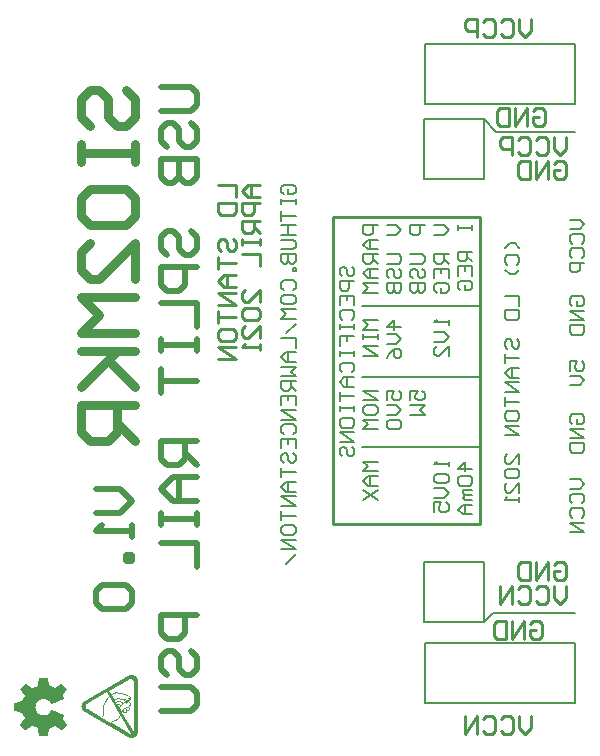
<source format=gbo>
G04*
G04 #@! TF.GenerationSoftware,Altium Limited,Altium Designer,21.2.2 (38)*
G04*
G04 Layer_Color=32896*
%FSLAX25Y25*%
%MOIN*%
G70*
G04*
G04 #@! TF.SameCoordinates,9478AF75-F406-41B2-BF1A-F2BA18401FE8*
G04*
G04*
G04 #@! TF.FilePolarity,Positive*
G04*
G01*
G75*
%ADD13C,0.01000*%
%ADD14C,0.00787*%
%ADD101C,0.00800*%
%ADD102C,0.02000*%
%ADD103C,0.03000*%
G36*
X78714Y44278D02*
X78968Y44238D01*
X79182Y44184D01*
X79370Y44117D01*
X79517Y44064D01*
X79571Y44037D01*
X79611Y44010D01*
X79624Y43997D01*
X79637D01*
X79651D01*
X79745Y43943D01*
X79825Y43890D01*
X79878Y43836D01*
X79905Y43823D01*
X79999Y43756D01*
X80066Y43675D01*
X80120Y43622D01*
X80146Y43595D01*
X80253Y43475D01*
X80334Y43354D01*
X80481Y43100D01*
X80575Y42859D01*
X80642Y42618D01*
X80682Y42417D01*
X80695Y42336D01*
Y42270D01*
X80709Y42202D01*
Y25331D01*
X80695Y25197D01*
Y25090D01*
X80682Y25036D01*
Y25023D01*
X80668Y24929D01*
X80642Y24836D01*
X80628Y24755D01*
X80615Y24729D01*
Y24715D01*
X80494Y24434D01*
X80361Y24193D01*
X80200Y23992D01*
X80026Y23818D01*
X79878Y23684D01*
X79758Y23590D01*
X79704Y23550D01*
X79664Y23523D01*
X79651Y23510D01*
X79637D01*
X79504Y23443D01*
X79410Y23403D01*
X79356Y23390D01*
X79343Y23376D01*
X79209Y23336D01*
X79115Y23309D01*
X79062Y23282D01*
X79035D01*
X78874Y23256D01*
X78727Y23242D01*
X78446D01*
X78178Y23282D01*
X77937Y23336D01*
X77750Y23403D01*
X77669Y23443D01*
X77602Y23470D01*
X77535Y23497D01*
X77495Y23523D01*
X77482Y23537D01*
X77468D01*
X62967Y31906D01*
X62860Y31973D01*
X62779Y32039D01*
X62726Y32080D01*
X62699Y32093D01*
X62632Y32160D01*
X62552Y32227D01*
X62498Y32280D01*
X62471Y32294D01*
Y32307D01*
X62364Y32428D01*
X62284Y32548D01*
X62137Y32789D01*
X62030Y33030D01*
X61963Y33258D01*
X61923Y33459D01*
X61909Y33619D01*
X61896Y33673D01*
Y33753D01*
X61909Y33968D01*
X61936Y34168D01*
X61989Y34356D01*
X62043Y34517D01*
X62097Y34650D01*
X62150Y34744D01*
X62177Y34811D01*
X62190Y34838D01*
X62230Y34905D01*
X62271Y34958D01*
X62284Y34985D01*
X62297Y34999D01*
Y34985D01*
X62405Y35133D01*
X62525Y35253D01*
X62632Y35360D01*
X62739Y35454D01*
X62846Y35534D01*
X62927Y35588D01*
X62980Y35615D01*
X62994Y35628D01*
X77508Y43997D01*
Y44010D01*
X77522Y44023D01*
X77549D01*
X77562Y44037D01*
X77669Y44091D01*
X77763Y44131D01*
X77816Y44157D01*
X77843D01*
X77870Y44171D01*
X77924Y44184D01*
X78017Y44211D01*
X78098Y44238D01*
X78124Y44251D01*
X78138D01*
X78285Y44278D01*
X78432Y44291D01*
X78714Y44278D01*
D02*
G37*
G36*
X50547Y43285D02*
X50591Y43240D01*
X50614Y43218D01*
Y43196D01*
X51082Y40896D01*
X51105Y40830D01*
X51127Y40807D01*
X51172Y40785D01*
X51194D01*
X53024Y40004D01*
X53091D01*
X53114D01*
X53136D01*
X53181D01*
X53203D01*
X55167Y41365D01*
X55189D01*
X55212D01*
X55234D01*
X55279D01*
X57042Y39580D01*
X57087Y39535D01*
X57064Y39468D01*
Y39446D01*
X57042Y39423D01*
X55747Y37526D01*
Y37348D01*
X56216Y36522D01*
Y36432D01*
X56194Y36388D01*
X56172Y36343D01*
X51975Y34625D01*
X51886D01*
X51841Y34647D01*
X51797Y34669D01*
Y34692D01*
X51685Y34915D01*
X51663Y34937D01*
X51640Y34959D01*
X51574Y35026D01*
X51551Y35049D01*
X51395Y35272D01*
X51239Y35451D01*
X51060Y35607D01*
X50882Y35763D01*
X50524Y35986D01*
X50167Y36120D01*
X49833Y36209D01*
X49565Y36254D01*
X49453Y36276D01*
X49386D01*
X49342D01*
X49319D01*
X48895Y36232D01*
X48516Y36142D01*
X48181Y36031D01*
X47891Y35875D01*
X47668Y35741D01*
X47489Y35607D01*
X47400Y35517D01*
X47355Y35495D01*
X47087Y35183D01*
X46886Y34848D01*
X46752Y34535D01*
X46641Y34223D01*
X46596Y33977D01*
X46574Y33754D01*
X46551Y33620D01*
Y33576D01*
X46596Y33152D01*
X46685Y32772D01*
X46797Y32460D01*
X46953Y32169D01*
X47110Y31946D01*
X47221Y31768D01*
X47310Y31678D01*
X47355Y31634D01*
X47668Y31366D01*
X48002Y31187D01*
X48337Y31053D01*
X48627Y30942D01*
X48917Y30897D01*
X49118Y30875D01*
X49208Y30852D01*
X49275D01*
X49297D01*
X49319D01*
X49587Y30875D01*
X49855Y30897D01*
X50301Y31053D01*
X50681Y31254D01*
X50993Y31477D01*
X51239Y31701D01*
X51417Y31902D01*
X51507Y32058D01*
X51551Y32080D01*
Y32102D01*
X51618Y32169D01*
X51640Y32192D01*
X51685Y32214D01*
X51797Y32460D01*
X51841Y32482D01*
X51908Y32504D01*
X51953D01*
X51975D01*
X56172Y30741D01*
X56194Y30719D01*
X56216Y30674D01*
Y30607D01*
X55747Y29803D01*
Y29603D01*
X57042Y27728D01*
X57087Y27661D01*
X57064Y27594D01*
Y27571D01*
X57042Y27549D01*
X55279Y25786D01*
X55256D01*
X55234D01*
X55189D01*
X55167D01*
X53203Y27125D01*
X53158D01*
X53136D01*
X53047D01*
X53024D01*
X51194Y26366D01*
X51127Y26344D01*
X51105Y26299D01*
X51082Y26255D01*
Y26232D01*
X50614Y23933D01*
X50591Y23866D01*
X50547Y23844D01*
X50502Y23822D01*
X50480D01*
X48025D01*
X47935Y23844D01*
X47913Y23866D01*
X47891Y23911D01*
Y23933D01*
X47489Y26299D01*
X47467Y26366D01*
X47422Y26411D01*
X47400Y26433D01*
X47377D01*
X45659Y27192D01*
X45592D01*
X45547D01*
X45502D01*
X45480D01*
X43404Y25786D01*
X43360D01*
X43338D01*
X43270D01*
X43226D01*
X41507Y27549D01*
X41485Y27594D01*
X41463Y27661D01*
Y27728D01*
X42936Y29803D01*
Y29960D01*
X42222Y31611D01*
X42199Y31678D01*
X42154Y31701D01*
X42132Y31723D01*
X42110D01*
X39632Y32214D01*
X39543Y32236D01*
X39521Y32259D01*
X39498Y32303D01*
Y34803D01*
X39521Y34870D01*
X39565Y34892D01*
X39610Y34915D01*
X39632D01*
X42110Y35406D01*
X42177Y35428D01*
X42199Y35451D01*
X42222Y35495D01*
Y35517D01*
X42936Y37169D01*
Y37348D01*
X41463Y39423D01*
Y39490D01*
X41485Y39535D01*
X41507Y39580D01*
X43226Y41365D01*
X43315D01*
X43338D01*
X43382D01*
X43404D01*
X45480Y39959D01*
X45502D01*
X45525D01*
X45547D01*
X45636D01*
X45659D01*
X47377Y40651D01*
X47444Y40718D01*
X47467Y40785D01*
X47489Y40807D01*
Y40830D01*
X47891Y43196D01*
X47913Y43262D01*
X47958Y43285D01*
X48002Y43307D01*
X48025D01*
X50480D01*
X50547Y43285D01*
D02*
G37*
%LPC*%
G36*
X77093Y37288D02*
Y37262D01*
X77080Y37248D01*
X77067Y37195D01*
Y37128D01*
X77080Y37021D01*
X77120Y36913D01*
X77174Y36833D01*
X77227Y36753D01*
X77294Y36699D01*
X77348Y36659D01*
X77388Y36632D01*
X77401Y36619D01*
X77455Y36606D01*
X77482Y36592D01*
X77522Y36552D01*
X77535Y36538D01*
X77549D01*
X77629Y36485D01*
X77696Y36458D01*
X77750Y36431D01*
X77776D01*
X77803Y36418D01*
X77843D01*
X77883D01*
X77897D01*
X77977D01*
X78017Y36431D01*
X78031D01*
X78071D01*
X78098D01*
X78111D01*
X78124D01*
Y36458D01*
X78138Y36498D01*
Y36579D01*
X78124Y36646D01*
X78098Y36713D01*
X78031Y36820D01*
X77964Y36887D01*
X77950Y36900D01*
X77937Y36913D01*
X77857Y36967D01*
X77750Y37034D01*
X77629Y37088D01*
X77495Y37141D01*
X77388Y37181D01*
X77281Y37221D01*
X77214Y37235D01*
X77187Y37248D01*
X77093Y37288D01*
D02*
G37*
G36*
X73599Y38145D02*
X73505D01*
X73451D01*
X73411Y38132D01*
X73398D01*
X73331Y38118D01*
X73250Y38092D01*
X73076Y38011D01*
X72983Y37985D01*
X72916Y37944D01*
X72862Y37931D01*
X72849Y37918D01*
X72661Y37837D01*
X72501Y37757D01*
X72367Y37703D01*
X72246Y37663D01*
X72152Y37637D01*
X72072Y37623D01*
X72032Y37610D01*
X72019D01*
X72929Y36030D01*
X73009Y36043D01*
X73103Y36070D01*
X73277Y36137D01*
X73358Y36190D01*
X73425Y36217D01*
X73465Y36244D01*
X73478Y36257D01*
X73585Y36324D01*
X73679Y36391D01*
X73759Y36431D01*
X73840Y36458D01*
X73893Y36485D01*
X73933Y36498D01*
X73960Y36512D01*
X73974D01*
X74081D01*
X74201D01*
X74455Y36458D01*
X74576Y36418D01*
X74670Y36391D01*
X74737Y36378D01*
X74764Y36364D01*
X74897Y36311D01*
X75018Y36284D01*
X75098Y36271D01*
X75165Y36257D01*
X75219D01*
X75245D01*
X75272D01*
X75513Y36298D01*
X75621Y36311D01*
X75728D01*
X75808D01*
X75888Y36298D01*
X75928D01*
X75942D01*
X75995D01*
X76009D01*
X76022D01*
X76076Y36284D01*
X76089D01*
X76103D01*
X76183Y36257D01*
X76236Y36244D01*
X76263Y36231D01*
X76277D01*
X76344Y36217D01*
X76397Y36190D01*
X76437D01*
X76464Y36177D01*
X76491Y36164D01*
X76638Y36123D01*
X76772Y36083D01*
X77000Y36030D01*
X77174Y35989D01*
X77308Y35963D01*
X77401Y35949D01*
X77468Y35936D01*
X77495D01*
X77508D01*
X77616Y35949D01*
X77696Y35989D01*
X77857Y36083D01*
X77910Y36123D01*
X77950Y36164D01*
X77977Y36190D01*
X77991Y36204D01*
X78004Y36217D01*
X78017Y36244D01*
X78031Y36257D01*
X78044Y36271D01*
X78004D01*
X77950D01*
X77910D01*
X77897D01*
X77830D01*
X77776D01*
X77750Y36284D01*
X77736D01*
X77642Y36324D01*
X77549Y36364D01*
X77468Y36405D01*
X77455Y36418D01*
X77442D01*
X77415Y36445D01*
X77375Y36472D01*
X77348Y36485D01*
X77334Y36498D01*
X77201Y36592D01*
X77093Y36699D01*
X77026Y36806D01*
X76973Y36900D01*
X76946Y36994D01*
X76919Y37061D01*
Y37235D01*
X76933Y37275D01*
Y37288D01*
X76946Y37328D01*
Y37342D01*
X76852Y37382D01*
X76732Y37422D01*
X76678Y37449D01*
X76638Y37462D01*
X76611Y37476D01*
X76598D01*
X76397Y37570D01*
X76236Y37637D01*
X76169Y37663D01*
X76116Y37677D01*
X76089Y37690D01*
X76076D01*
X75969Y37717D01*
X75848Y37730D01*
X75621Y37770D01*
X75527Y37784D01*
X75446D01*
X75393Y37797D01*
X75379D01*
X75192Y37824D01*
X75031Y37851D01*
X74897Y37878D01*
X74790Y37904D01*
X74697Y37918D01*
X74643Y37931D01*
X74603Y37944D01*
X74589D01*
X74576D01*
X74482Y37971D01*
X74389Y37998D01*
X74308Y38011D01*
X74295Y38025D01*
X74282D01*
X74054Y38078D01*
X73866Y38118D01*
X73719Y38132D01*
X73599Y38145D01*
D02*
G37*
G36*
X78446Y42872D02*
X78325D01*
X78218D01*
X78138D01*
X78071Y42859D01*
X78057D01*
X77977Y42845D01*
X77924Y42832D01*
X77897Y42818D01*
X77883D01*
X77843Y42805D01*
X77790Y42778D01*
X77750Y42752D01*
X77736Y42738D01*
X77723Y42725D01*
X77709D01*
X71228Y38989D01*
X71858Y37904D01*
X71992Y37931D01*
X72139Y37971D01*
X72286Y38011D01*
X72420Y38065D01*
X72541Y38118D01*
X72635Y38159D01*
X72701Y38186D01*
X72728Y38199D01*
X72862Y38252D01*
X72983Y38306D01*
X73076Y38346D01*
X73157Y38386D01*
X73224Y38413D01*
X73277Y38427D01*
X73304Y38440D01*
X73317D01*
X73451Y38453D01*
X73599D01*
X73773Y38440D01*
X73947Y38413D01*
X74107Y38373D01*
X74241Y38346D01*
X74295Y38333D01*
X74335D01*
X74348Y38319D01*
X74362D01*
X74482Y38279D01*
X74576Y38252D01*
X74630Y38239D01*
X74643D01*
X74656D01*
X74670D01*
X74777Y38212D01*
X74897Y38199D01*
X75138Y38145D01*
X75245Y38132D01*
X75339Y38118D01*
X75393Y38105D01*
X75420D01*
X75607Y38078D01*
X75768Y38052D01*
X75902Y38038D01*
X75995Y38025D01*
X76076Y37998D01*
X76116D01*
X76143Y37985D01*
X76156D01*
X76236Y37958D01*
X76330Y37931D01*
X76518Y37851D01*
X76598Y37811D01*
X76665Y37784D01*
X76718Y37770D01*
X76732Y37757D01*
X76866Y37703D01*
X76960Y37663D01*
X77040Y37637D01*
X77093Y37610D01*
X77134Y37596D01*
X77160Y37583D01*
X77174D01*
X77187Y37570D01*
X77227Y37556D01*
X77281Y37543D01*
X77294D01*
X77508Y37462D01*
X77683Y37396D01*
X77830Y37328D01*
X77950Y37262D01*
X78031Y37221D01*
X78098Y37181D01*
X78124Y37154D01*
X78138Y37141D01*
X78232Y37047D01*
X78298Y36954D01*
X78352Y36873D01*
X78392Y36780D01*
X78419Y36699D01*
X78432Y36646D01*
X78446Y36606D01*
Y36485D01*
X78419Y36378D01*
X78406Y36311D01*
X78392Y36298D01*
Y36284D01*
X78339Y36177D01*
X78285Y36097D01*
X78232Y36030D01*
X78218Y36003D01*
X78111Y35882D01*
X77991Y35802D01*
X77870Y35735D01*
X77763Y35682D01*
X77669Y35655D01*
X77589Y35641D01*
X77535Y35628D01*
X77522D01*
X77415D01*
X77254Y35655D01*
X77093Y35695D01*
X76919Y35735D01*
X76759Y35775D01*
X76625Y35802D01*
X76571Y35816D01*
X76531Y35829D01*
X76518Y35842D01*
X76504D01*
X76531Y35789D01*
X76571Y35722D01*
X76598Y35668D01*
X76611Y35655D01*
X76652Y35588D01*
X76692Y35534D01*
X76718Y35494D01*
X76745Y35467D01*
X76772Y35441D01*
X76785D01*
X76946Y35467D01*
X77080Y35481D01*
X77147D01*
X77187D01*
X77214D01*
X77227D01*
X77254D01*
X77267D01*
X77294D01*
X77308D01*
X77522Y35467D01*
X77709Y35427D01*
X77870Y35387D01*
X77991Y35320D01*
X78098Y35267D01*
X78165Y35226D01*
X78205Y35186D01*
X78218Y35173D01*
X78312Y35052D01*
X78365Y34918D01*
X78379Y34865D01*
X78392Y34811D01*
X78406Y34784D01*
Y34436D01*
X78379Y34329D01*
X78352Y34249D01*
X78325Y34182D01*
X78312Y34155D01*
X78258Y34061D01*
X78218Y33981D01*
X78178Y33928D01*
X78165Y33914D01*
X78044Y33780D01*
X77924Y33660D01*
X77870Y33606D01*
X77816Y33566D01*
X77790Y33553D01*
X77776Y33539D01*
X77843Y33445D01*
X77883Y33365D01*
X77937Y33204D01*
X77950Y33138D01*
X77964Y33084D01*
Y32923D01*
X77950Y32816D01*
X77910Y32722D01*
X77883Y32655D01*
X77843Y32588D01*
X77803Y32548D01*
X77790Y32522D01*
X77776Y32508D01*
X77750Y32495D01*
X77736Y32481D01*
X77696Y32455D01*
X77656Y32428D01*
X77629Y32401D01*
X77616D01*
X77549Y32374D01*
X77495Y32361D01*
X77482Y32348D01*
X77468D01*
X77334Y32334D01*
X77201D01*
X77147Y32348D01*
X77120D01*
X77093Y32361D01*
X77080D01*
Y32227D01*
X77067Y32093D01*
X77053Y31973D01*
X77026Y31865D01*
X76986Y31798D01*
X76946Y31732D01*
X76919Y31691D01*
X76906Y31678D01*
X76893Y31665D01*
X76839Y31638D01*
X76812Y31624D01*
X76785Y31611D01*
X76652Y31571D01*
X76531Y31544D01*
X76464Y31531D01*
X76437D01*
X76277Y31558D01*
X76156Y31598D01*
X76076Y31638D01*
X76062Y31665D01*
X76049D01*
X76022Y31691D01*
X76009Y31705D01*
X75862Y31839D01*
X75768Y31946D01*
X75701Y31999D01*
X75687Y32026D01*
X75607Y31906D01*
X75513Y31812D01*
X75460Y31745D01*
X75433Y31718D01*
X79236Y25144D01*
X79303Y25237D01*
X79343Y25344D01*
X79370Y25425D01*
X79383Y25438D01*
Y25478D01*
X79396Y25532D01*
X79410Y25585D01*
X79423Y25599D01*
Y25612D01*
X79437Y25666D01*
Y41707D01*
X79423Y41881D01*
X79383Y42028D01*
X79343Y42162D01*
X79276Y42283D01*
X79222Y42377D01*
X79182Y42457D01*
X79142Y42497D01*
X79129Y42511D01*
X79075Y42564D01*
X79035Y42604D01*
X79022Y42618D01*
X79008Y42631D01*
X78914Y42698D01*
X78874Y42711D01*
X78861Y42725D01*
X78727Y42792D01*
X78580Y42845D01*
X78446Y42872D01*
D02*
G37*
G36*
X74107Y36204D02*
X74054D01*
X74040D01*
X74027D01*
X73974Y36190D01*
X73920Y36164D01*
X73799Y36097D01*
X73733Y36057D01*
X73692Y36030D01*
X73665Y36016D01*
X73652Y36003D01*
X73532Y35923D01*
X73425Y35869D01*
X73331Y35816D01*
X73250Y35789D01*
X73184Y35762D01*
X73143Y35748D01*
X73116Y35735D01*
X73103D01*
X73371Y35267D01*
X73478Y35333D01*
X73572Y35387D01*
X73652Y35414D01*
X73665Y35427D01*
X73679D01*
X73813Y35454D01*
X73933Y35467D01*
X73987D01*
X74027D01*
X74054D01*
X74067D01*
X74161D01*
X74241D01*
X74295Y35481D01*
X74322D01*
X74415D01*
X74482D01*
X74536D01*
X74563D01*
X74683D01*
X74790Y35467D01*
X74871Y35454D01*
X74951D01*
X75005Y35441D01*
X75045Y35427D01*
X75058D01*
X75072D01*
X75125Y35414D01*
X75152Y35400D01*
X75205Y35374D01*
X75219D01*
X75232D01*
X75272Y35347D01*
X75326Y35320D01*
X75339Y35307D01*
X75353D01*
X75567Y35213D01*
X75661Y35159D01*
X75741Y35119D01*
X75808Y35079D01*
X75862Y35039D01*
X75888Y35026D01*
X75902Y35012D01*
X76116Y35146D01*
X76210Y35199D01*
X76290Y35240D01*
X76357Y35280D01*
X76411Y35293D01*
X76437Y35320D01*
X76451D01*
X76411Y35374D01*
X76384Y35427D01*
X76357Y35481D01*
X76344Y35508D01*
X76290Y35601D01*
X76250Y35655D01*
X76223Y35682D01*
X76210Y35695D01*
X76183Y35722D01*
X76156Y35748D01*
X76129Y35789D01*
X76116Y35802D01*
X76089Y35842D01*
X76076Y35869D01*
X76062Y35896D01*
X76036Y35936D01*
X76022Y35963D01*
X76009Y35976D01*
X75995D01*
X75982Y35989D01*
X75969D01*
X75942D01*
X75915D01*
X75701D01*
X75607D01*
X75513Y35976D01*
X75446Y35963D01*
X75393D01*
X75353Y35949D01*
X75339D01*
X75259Y35936D01*
X75165Y35949D01*
X74938Y35989D01*
X74830Y36016D01*
X74737Y36043D01*
X74683Y36057D01*
X74656Y36070D01*
X74496Y36123D01*
X74362Y36164D01*
X74255Y36177D01*
X74161Y36190D01*
X74107Y36204D01*
D02*
G37*
G36*
X74723Y35159D02*
X74656D01*
X74603D01*
X74576D01*
X74563D01*
X74536D01*
X74482D01*
X74402D01*
X74308D01*
X74228D01*
X74148D01*
X74094D01*
X74067D01*
X73947D01*
X73853Y35146D01*
X73786Y35133D01*
X73759D01*
X73665Y35092D01*
X73599Y35052D01*
X73545Y35026D01*
X73532Y35012D01*
X73840Y34463D01*
X73987Y34503D01*
X74107Y34517D01*
X74188Y34530D01*
X74201D01*
X74215D01*
X74362Y34517D01*
X74482Y34477D01*
X74563Y34450D01*
X74576Y34436D01*
X74589D01*
X74616Y34423D01*
X74643Y34409D01*
X74656D01*
X74817Y34329D01*
X74938Y34262D01*
X75005Y34222D01*
X75031Y34209D01*
X75205Y34396D01*
X75366Y34557D01*
X75433Y34624D01*
X75487Y34664D01*
X75513Y34691D01*
X75527Y34704D01*
X75567Y34744D01*
X75580Y34758D01*
X75594Y34771D01*
X75634Y34798D01*
X75647Y34811D01*
X75487Y34905D01*
X75353Y34985D01*
X75299Y34999D01*
X75259Y35026D01*
X75245Y35039D01*
X75232D01*
X75165Y35066D01*
X75125Y35079D01*
X75112D01*
X75058Y35092D01*
X75018Y35106D01*
X75005Y35119D01*
X74991D01*
X74857Y35146D01*
X74723Y35159D01*
D02*
G37*
G36*
X77602D02*
X77589D01*
X77522Y35133D01*
X77468Y35119D01*
X77442Y35106D01*
X77428D01*
X77348Y35079D01*
X77281Y35039D01*
X77227Y35026D01*
X77201Y34999D01*
X77160Y34985D01*
X77147Y34972D01*
X77053Y34865D01*
X76986Y34758D01*
X76960Y34704D01*
X76946Y34664D01*
X76933Y34637D01*
Y34624D01*
X76919Y34597D01*
Y34584D01*
X76906Y34543D01*
Y34490D01*
X76893Y34450D01*
X76879Y34436D01*
X76852Y34329D01*
X76839Y34195D01*
X76826Y34075D01*
Y33847D01*
X76852Y33753D01*
X76866Y33660D01*
X76893Y33593D01*
X76906Y33539D01*
X76946Y33472D01*
X76960Y33445D01*
X77040Y33459D01*
X77120Y33499D01*
X77294Y33579D01*
X77361Y33633D01*
X77428Y33673D01*
X77468Y33700D01*
X77482Y33713D01*
X77602Y33807D01*
X77696Y33887D01*
X77763Y33941D01*
X77830Y34008D01*
X77870Y34048D01*
X77897Y34075D01*
X77924Y34102D01*
X77991Y34195D01*
X78017Y34249D01*
X78044Y34276D01*
Y34289D01*
X78071Y34356D01*
X78084Y34409D01*
Y34477D01*
X78098Y34597D01*
Y34731D01*
X78071Y34838D01*
X78044Y34905D01*
X78017Y34945D01*
X78004Y34958D01*
X77870Y35052D01*
X77736Y35119D01*
X77683Y35133D01*
X77629Y35146D01*
X77602Y35159D01*
D02*
G37*
G36*
X74241Y34222D02*
X74215D01*
X74148D01*
X74081Y34209D01*
X74027Y34195D01*
X74000D01*
X74429Y33445D01*
X74549Y33619D01*
X74683Y33780D01*
X74737Y33860D01*
X74790Y33914D01*
X74817Y33954D01*
X74830Y33968D01*
X74737Y34021D01*
X74630Y34075D01*
X74549Y34115D01*
X74536Y34128D01*
X74523D01*
X74482Y34142D01*
X74469Y34155D01*
X74455D01*
X74375Y34195D01*
X74295Y34209D01*
X74241Y34222D01*
D02*
G37*
G36*
X77522Y33365D02*
X77334Y33258D01*
X77174Y33191D01*
X77107Y33178D01*
X77067Y33164D01*
X77040Y33151D01*
X77026D01*
X76960Y33138D01*
X76919Y33124D01*
X76906Y33111D01*
X76893D01*
X76919Y33044D01*
X76960Y32977D01*
X76973Y32923D01*
X76986Y32896D01*
X77000Y32843D01*
X77013Y32789D01*
X77026Y32749D01*
Y32736D01*
X77093Y32696D01*
X77160Y32669D01*
X77281Y32642D01*
X77375D01*
X77388Y32655D01*
X77401D01*
X77428Y32669D01*
X77455D01*
X77468Y32682D01*
X77522Y32709D01*
X77549Y32722D01*
X77562D01*
X77575Y32736D01*
X77629Y32829D01*
X77656Y32910D01*
Y33017D01*
X77629Y33151D01*
X77589Y33271D01*
X77549Y33338D01*
X77522Y33352D01*
Y33365D01*
D02*
G37*
G36*
X77187Y35173D02*
X77053Y35159D01*
X76919Y35146D01*
X76665Y35066D01*
X76424Y34958D01*
X76196Y34825D01*
X76009Y34691D01*
X75862Y34584D01*
X75808Y34543D01*
X75768Y34503D01*
X75741Y34490D01*
X75728Y34477D01*
X75473Y34235D01*
X75366Y34128D01*
X75272Y34021D01*
X75192Y33941D01*
X75138Y33874D01*
X75098Y33820D01*
X75085Y33807D01*
X74884Y33539D01*
X74804Y33432D01*
X74737Y33338D01*
X74683Y33258D01*
X74630Y33204D01*
X74616Y33164D01*
X74603Y33151D01*
X75272Y31986D01*
X75326Y32053D01*
X75379Y32120D01*
X75487Y32280D01*
X75527Y32348D01*
X75567Y32414D01*
X75594Y32455D01*
X75607Y32468D01*
X75674Y32562D01*
X75728Y32642D01*
X75768Y32696D01*
X75795Y32749D01*
X75835Y32803D01*
X75848Y32816D01*
X76022Y32990D01*
X76196Y33124D01*
X76263Y33178D01*
X76330Y33218D01*
X76370Y33231D01*
X76384Y33245D01*
X76504Y33298D01*
X76585Y33338D01*
X76638Y33365D01*
X76652D01*
X76692Y33378D01*
X76745Y33392D01*
X76785Y33405D01*
X76799D01*
X76759Y33499D01*
X76732Y33579D01*
X76718Y33633D01*
Y33646D01*
X76705Y33700D01*
X76692Y33753D01*
X76678Y33780D01*
Y33794D01*
X76665Y33994D01*
X76678Y34195D01*
X76692Y34276D01*
Y34343D01*
X76705Y34396D01*
Y34409D01*
X76732Y34463D01*
Y34503D01*
X76745Y34517D01*
Y34584D01*
X76759Y34624D01*
X76772Y34664D01*
X76785Y34677D01*
X76852Y34838D01*
X76933Y34972D01*
X76973Y35026D01*
X77000Y35066D01*
X77013Y35079D01*
X77026Y35092D01*
X77067Y35119D01*
X77120Y35146D01*
X77174Y35159D01*
X77187Y35173D01*
D02*
G37*
G36*
X76598Y33004D02*
X76571Y32990D01*
X76558D01*
X76531Y32977D01*
X76518Y32963D01*
X76424Y32910D01*
X76330Y32856D01*
X76263Y32803D01*
X76210Y32749D01*
X76129Y32669D01*
X76103Y32655D01*
Y32642D01*
X76076Y32602D01*
X76036Y32548D01*
X75955Y32441D01*
X75928Y32388D01*
X75902Y32348D01*
X75875Y32321D01*
Y32307D01*
X75888Y32267D01*
X75928Y32214D01*
X75982Y32147D01*
X76036Y32093D01*
X76103Y32039D01*
X76156Y31986D01*
X76196Y31959D01*
X76210Y31946D01*
X76223Y31932D01*
X76236D01*
Y31919D01*
X76250Y31906D01*
X76317Y31865D01*
X76370Y31852D01*
X76411D01*
X76424D01*
X76491Y31865D01*
X76571Y31879D01*
X76652Y31892D01*
X76665Y31906D01*
X76678D01*
X76692D01*
Y31919D01*
X76718Y31946D01*
X76745Y31986D01*
X76772Y32093D01*
Y32147D01*
X76785Y32200D01*
Y32240D01*
X76772Y32455D01*
X76759Y32548D01*
X76732Y32642D01*
X76718Y32709D01*
X76705Y32763D01*
X76692Y32789D01*
Y32803D01*
X76665Y32883D01*
X76625Y32937D01*
X76611Y32990D01*
X76598Y33004D01*
D02*
G37*
G36*
X70425Y38520D02*
X63918Y34771D01*
Y34758D01*
X63770Y34664D01*
X63636Y34543D01*
X63556Y34463D01*
X63543Y34436D01*
X63529Y34423D01*
X63516Y34409D01*
X63503Y34383D01*
X63489Y34356D01*
Y34343D01*
X63436Y34235D01*
X63395Y34128D01*
X63342Y33941D01*
Y33860D01*
X63328Y33807D01*
Y33753D01*
X63342Y33593D01*
X63382Y33445D01*
X63422Y33312D01*
X63476Y33204D01*
X63543Y33111D01*
X63583Y33030D01*
X63623Y32990D01*
X63636Y32977D01*
X63677Y32937D01*
X63717Y32896D01*
X63744Y32870D01*
X63757Y32856D01*
X63810Y32816D01*
X63864Y32789D01*
X63891Y32763D01*
X63904D01*
X68631Y30031D01*
X69019Y30968D01*
X69073Y31116D01*
X69113Y31263D01*
X69140Y31397D01*
X69153Y31531D01*
X69166Y31638D01*
X69180Y31718D01*
Y32120D01*
X69166Y32267D01*
Y32508D01*
X69153Y32588D01*
Y32883D01*
X69140Y32963D01*
Y33017D01*
X69126Y33070D01*
Y33365D01*
X69140Y33633D01*
X69166Y33874D01*
X69207Y34088D01*
X69233Y34249D01*
X69274Y34383D01*
X69287Y34463D01*
X69300Y34477D01*
Y34490D01*
X69394Y34704D01*
X69501Y34932D01*
X69622Y35159D01*
X69742Y35360D01*
X69863Y35534D01*
X69943Y35668D01*
X69983Y35722D01*
X70010Y35762D01*
X70037Y35775D01*
Y35789D01*
X70064Y35829D01*
X70104Y35882D01*
X70184Y36016D01*
X70224Y36083D01*
X70251Y36123D01*
X70265Y36164D01*
X70278Y36177D01*
X70318Y36231D01*
X70345Y36284D01*
X70358Y36324D01*
X70372Y36338D01*
X70425Y36418D01*
X70438Y36431D01*
Y36445D01*
X70572Y36632D01*
X70679Y36780D01*
X70720Y36833D01*
X70746Y36873D01*
X70760Y36900D01*
X70773Y36913D01*
X70854Y37007D01*
X70921Y37088D01*
X71028Y37208D01*
X71108Y37275D01*
X71121Y37302D01*
X71135D01*
X70425Y38520D01*
D02*
G37*
G36*
X71282Y37021D02*
X71175Y36913D01*
X71095Y36820D01*
X71041Y36753D01*
X71014Y36726D01*
X70894Y36565D01*
X70800Y36418D01*
X70760Y36364D01*
X70733Y36324D01*
X70706Y36298D01*
Y36284D01*
X70666Y36217D01*
X70626Y36150D01*
X70586Y36070D01*
X70559Y36043D01*
X70546Y36030D01*
X70492Y35923D01*
X70438Y35842D01*
X70398Y35762D01*
X70358Y35708D01*
X70331Y35668D01*
X70305Y35641D01*
X70291Y35615D01*
X70117Y35360D01*
X69970Y35133D01*
X69849Y34918D01*
X69756Y34744D01*
X69675Y34597D01*
X69635Y34490D01*
X69608Y34423D01*
X69595Y34396D01*
X69541Y34182D01*
X69501Y33968D01*
X69475Y33753D01*
X69461Y33539D01*
X69448Y33365D01*
Y32896D01*
X69461Y32816D01*
Y32682D01*
X69488Y32348D01*
Y32187D01*
X69501Y32053D01*
Y31758D01*
X69488Y31584D01*
X69461Y31410D01*
X69434Y31263D01*
X69394Y31116D01*
X69354Y31008D01*
X69327Y30928D01*
X69314Y30861D01*
X69300Y30848D01*
X68899Y29870D01*
X71657Y28277D01*
X71724Y28357D01*
X71777Y28424D01*
X71831Y28478D01*
X71845Y28491D01*
X71992Y28625D01*
X72152Y28732D01*
X72219Y28772D01*
X72260Y28813D01*
X72300Y28826D01*
X72313Y28839D01*
X72394Y28893D01*
X72487Y28933D01*
X72675Y29013D01*
X72768Y29054D01*
X72822Y29067D01*
X72875Y29094D01*
X72889D01*
X73023Y29147D01*
X73143Y29187D01*
X73237Y29228D01*
X73304Y29268D01*
X73358Y29294D01*
X73398Y29321D01*
X73411Y29335D01*
X73425D01*
X73491Y29388D01*
X73558Y29428D01*
X73599Y29469D01*
X73612Y29482D01*
X73706Y29562D01*
X73773Y29629D01*
X73813Y29683D01*
X73826Y29696D01*
X73960Y29830D01*
X74094Y29964D01*
X74295Y30218D01*
X74469Y30446D01*
X74589Y30634D01*
X74670Y30794D01*
X74723Y30915D01*
X74750Y30995D01*
X74764Y31008D01*
Y31022D01*
X71282Y37021D01*
D02*
G37*
G36*
X74964Y30674D02*
X74857Y30459D01*
X74710Y30259D01*
X74563Y30044D01*
X74415Y29870D01*
X74268Y29710D01*
X74161Y29576D01*
X74081Y29495D01*
X74067Y29482D01*
X74054Y29469D01*
X73974Y29402D01*
X73893Y29321D01*
X73840Y29268D01*
X73813Y29241D01*
X73746Y29187D01*
X73665Y29134D01*
X73612Y29094D01*
X73599Y29080D01*
X73518Y29027D01*
X73425Y28973D01*
X73224Y28893D01*
X73130Y28853D01*
X73063Y28826D01*
X73009Y28799D01*
X72996D01*
X72862Y28745D01*
X72755Y28705D01*
X72661Y28679D01*
X72594Y28638D01*
X72541Y28612D01*
X72501Y28598D01*
X72474Y28585D01*
X72380Y28518D01*
X72286Y28451D01*
X72219Y28411D01*
X72166Y28357D01*
X72085Y28304D01*
X72059Y28277D01*
X71978Y28183D01*
X71952Y28143D01*
X71938Y28130D01*
Y28116D01*
X77683Y24795D01*
X77696D01*
X77857Y24715D01*
X78017Y24662D01*
X78084Y24648D01*
X78138Y24635D01*
X78165D01*
X78178D01*
X78245D01*
X78258D01*
X78272D01*
X78352D01*
X78419D01*
X78446Y24648D01*
X78459D01*
X74964Y30674D01*
D02*
G37*
%LPD*%
D13*
X145669Y94488D02*
X194882D01*
X145669Y196850D02*
X194882D01*
Y94488D02*
Y196850D01*
X145669Y94488D02*
Y196850D01*
X223410Y73927D02*
Y69928D01*
X221410Y67929D01*
X219411Y69928D01*
Y73927D01*
X213413Y72927D02*
X214412Y73927D01*
X216412D01*
X217411Y72927D01*
Y68929D01*
X216412Y67929D01*
X214412D01*
X213413Y68929D01*
X207415Y72927D02*
X208414Y73927D01*
X210414D01*
X211413Y72927D01*
Y68929D01*
X210414Y67929D01*
X208414D01*
X207415Y68929D01*
X205415Y67929D02*
Y73927D01*
X201417Y67929D01*
Y73927D01*
X219411Y80801D02*
X220410Y81801D01*
X222410D01*
X223410Y80801D01*
Y76803D01*
X222410Y75803D01*
X220410D01*
X219411Y76803D01*
Y78802D01*
X221410D01*
X217411Y75803D02*
Y81801D01*
X213413Y75803D01*
Y81801D01*
X211413D02*
Y75803D01*
X208414D01*
X207415Y76803D01*
Y80801D01*
X208414Y81801D01*
X211413D01*
X211537Y61116D02*
X212536Y62116D01*
X214536D01*
X215535Y61116D01*
Y57118D01*
X214536Y56118D01*
X212536D01*
X211537Y57118D01*
Y59117D01*
X213536D01*
X209537Y56118D02*
Y62116D01*
X205539Y56118D01*
Y62116D01*
X203539D02*
Y56118D01*
X200540D01*
X199541Y57118D01*
Y61116D01*
X200540Y62116D01*
X203539D01*
X211598Y30620D02*
Y26621D01*
X209599Y24622D01*
X207600Y26621D01*
Y30620D01*
X201602Y29620D02*
X202601Y30620D01*
X204601D01*
X205600Y29620D01*
Y25622D01*
X204601Y24622D01*
X202601D01*
X201602Y25622D01*
X195604Y29620D02*
X196603Y30620D01*
X198603D01*
X199602Y29620D01*
Y25622D01*
X198603Y24622D01*
X196603D01*
X195604Y25622D01*
X193604Y24622D02*
Y30620D01*
X189605Y24622D01*
Y30620D01*
X219411Y214660D02*
X220410Y215659D01*
X222410D01*
X223410Y214660D01*
Y210661D01*
X222410Y209661D01*
X220410D01*
X219411Y210661D01*
Y212660D01*
X221410D01*
X217411Y209661D02*
Y215659D01*
X213413Y209661D01*
Y215659D01*
X211413D02*
Y209661D01*
X208414D01*
X207415Y210661D01*
Y214660D01*
X208414Y215659D01*
X211413D01*
X223410Y223534D02*
Y219535D01*
X221410Y217535D01*
X219411Y219535D01*
Y223534D01*
X213413Y222534D02*
X214412Y223534D01*
X216412D01*
X217411Y222534D01*
Y218535D01*
X216412Y217535D01*
X214412D01*
X213413Y218535D01*
X207415Y222534D02*
X208414Y223534D01*
X210414D01*
X211413Y222534D01*
Y218535D01*
X210414Y217535D01*
X208414D01*
X207415Y218535D01*
X205415Y217535D02*
Y223534D01*
X202416D01*
X201417Y222534D01*
Y220534D01*
X202416Y219535D01*
X205415D01*
X211598Y262904D02*
Y258905D01*
X209599Y256906D01*
X207600Y258905D01*
Y262904D01*
X201602Y261904D02*
X202601Y262904D01*
X204601D01*
X205600Y261904D01*
Y257905D01*
X204601Y256906D01*
X202601D01*
X201602Y257905D01*
X195604Y261904D02*
X196603Y262904D01*
X198603D01*
X199602Y261904D01*
Y257905D01*
X198603Y256906D01*
X196603D01*
X195604Y257905D01*
X193604Y256906D02*
Y262904D01*
X190605D01*
X189605Y261904D01*
Y259905D01*
X190605Y258905D01*
X193604D01*
X212521Y232376D02*
X213521Y233376D01*
X215520D01*
X216520Y232376D01*
Y228378D01*
X215520Y227378D01*
X213521D01*
X212521Y228378D01*
Y230377D01*
X214520D01*
X210522Y227378D02*
Y233376D01*
X206523Y227378D01*
Y233376D01*
X204524D02*
Y227378D01*
X201524D01*
X200525Y228378D01*
Y232376D01*
X201524Y233376D01*
X204524D01*
X107372Y207529D02*
X113370D01*
Y203530D01*
X107372Y201531D02*
X113370D01*
Y198532D01*
X112370Y197532D01*
X108372D01*
X107372Y198532D01*
Y201531D01*
X108372Y185536D02*
X107372Y186536D01*
Y188535D01*
X108372Y189535D01*
X109371D01*
X110371Y188535D01*
Y186536D01*
X111371Y185536D01*
X112370D01*
X113370Y186536D01*
Y188535D01*
X112370Y189535D01*
X107372Y183537D02*
Y179538D01*
Y181537D01*
X113370D01*
Y177539D02*
X109371D01*
X107372Y175539D01*
X109371Y173540D01*
X113370D01*
X110371D01*
Y177539D01*
X113370Y171541D02*
X107372D01*
X113370Y167542D01*
X107372D01*
Y165543D02*
Y161544D01*
Y163543D01*
X113370D01*
X107372Y156545D02*
Y158545D01*
X108372Y159545D01*
X112370D01*
X113370Y158545D01*
Y156545D01*
X112370Y155546D01*
X108372D01*
X107372Y156545D01*
X113370Y153547D02*
X107372D01*
X113370Y149548D01*
X107372D01*
X121244Y207529D02*
X117245D01*
X115246Y205530D01*
X117245Y203530D01*
X121244D01*
X118245D01*
Y207529D01*
X121244Y201531D02*
X115246D01*
Y198532D01*
X116246Y197532D01*
X118245D01*
X119245Y198532D01*
Y201531D01*
X121244Y195533D02*
X115246D01*
Y192534D01*
X116246Y191534D01*
X118245D01*
X119245Y192534D01*
Y195533D01*
Y193534D02*
X121244Y191534D01*
X115246Y189535D02*
Y187536D01*
Y188535D01*
X121244D01*
Y189535D01*
Y187536D01*
X115246Y184536D02*
X121244D01*
Y180538D01*
Y168542D02*
Y172540D01*
X117245Y168542D01*
X116246D01*
X115246Y169541D01*
Y171541D01*
X116246Y172540D01*
Y166542D02*
X115246Y165543D01*
Y163543D01*
X116246Y162543D01*
X120244D01*
X121244Y163543D01*
Y165543D01*
X120244Y166542D01*
X116246D01*
X121244Y156545D02*
Y160544D01*
X117245Y156545D01*
X116246D01*
X115246Y157545D01*
Y159545D01*
X116246Y160544D01*
X121244Y154546D02*
Y152547D01*
Y153547D01*
X115246D01*
X116246Y154546D01*
D14*
X155512Y120079D02*
X194882D01*
X155512Y143701D02*
X194882D01*
X155512Y167323D02*
X194882D01*
X199134Y64961D02*
X226378D01*
X195945Y61772D02*
X199134Y64961D01*
X223425Y225394D02*
X226378D01*
X195945Y229567D02*
X200118Y225394D01*
X223425D01*
X175945Y81772D02*
X195945D01*
X175945Y61772D02*
X195945D01*
X175945D02*
Y81772D01*
X195945Y61772D02*
Y81772D01*
X175945Y229567D02*
X195945D01*
X175945Y209567D02*
X195945D01*
X175945D02*
Y229567D01*
X195945Y209567D02*
Y229567D01*
X226496Y34764D02*
Y54764D01*
X176496D02*
X226496D01*
X176496Y34764D02*
Y54764D01*
Y34764D02*
X226496D01*
X176496Y234606D02*
Y254606D01*
Y234606D02*
X226496D01*
Y254606D01*
X176496D02*
X226496D01*
D101*
X224716Y109436D02*
X227916D01*
X229515Y107837D01*
X227916Y106237D01*
X224716D01*
X225516Y101439D02*
X224716Y102239D01*
Y103838D01*
X225516Y104638D01*
X228715D01*
X229515Y103838D01*
Y102239D01*
X228715Y101439D01*
X225516Y96640D02*
X224716Y97440D01*
Y99040D01*
X225516Y99839D01*
X228715D01*
X229515Y99040D01*
Y97440D01*
X228715Y96640D01*
X229515Y95041D02*
X224716D01*
X229515Y91842D01*
X224716D01*
Y196050D02*
X227916D01*
X229515Y194451D01*
X227916Y192851D01*
X224716D01*
X225516Y188053D02*
X224716Y188853D01*
Y190452D01*
X225516Y191252D01*
X228715D01*
X229515Y190452D01*
Y188853D01*
X228715Y188053D01*
X225516Y183255D02*
X224716Y184054D01*
Y185654D01*
X225516Y186453D01*
X228715D01*
X229515Y185654D01*
Y184054D01*
X228715Y183255D01*
X229515Y181655D02*
X224716D01*
Y179256D01*
X225516Y178456D01*
X227116D01*
X227916Y179256D01*
Y181655D01*
X225516Y127891D02*
X224716Y128691D01*
Y130290D01*
X225516Y131090D01*
X228715D01*
X229515Y130290D01*
Y128691D01*
X228715Y127891D01*
X227116D01*
Y129490D01*
X229515Y126291D02*
X224716D01*
X229515Y123092D01*
X224716D01*
Y121493D02*
X229515D01*
Y119094D01*
X228715Y118294D01*
X225516D01*
X224716Y119094D01*
Y121493D01*
X225516Y167261D02*
X224716Y168061D01*
Y169660D01*
X225516Y170460D01*
X228715D01*
X229515Y169660D01*
Y168061D01*
X228715Y167261D01*
X227116D01*
Y168860D01*
X229515Y165661D02*
X224716D01*
X229515Y162462D01*
X224716D01*
Y160863D02*
X229515D01*
Y158464D01*
X228715Y157664D01*
X225516D01*
X224716Y158464D01*
Y160863D01*
X224716Y145607D02*
Y148806D01*
X227116D01*
X226316Y147207D01*
Y146407D01*
X227116Y145607D01*
X228715D01*
X229515Y146407D01*
Y148007D01*
X228715Y148806D01*
X224716Y144008D02*
X227916D01*
X229515Y142408D01*
X227916Y140809D01*
X224716D01*
X207861Y186577D02*
X206262Y188176D01*
X204662D01*
X203063Y186577D01*
X203863Y180979D02*
X203063Y181779D01*
Y183378D01*
X203863Y184178D01*
X207062D01*
X207861Y183378D01*
Y181779D01*
X207062Y180979D01*
X207861Y179379D02*
X206262Y177780D01*
X204662D01*
X203063Y179379D01*
Y170582D02*
X207861D01*
Y167383D01*
X203063Y165784D02*
X207861D01*
Y163384D01*
X207062Y162585D01*
X203863D01*
X203063Y163384D01*
Y165784D01*
X203863Y152988D02*
X203063Y153788D01*
Y155387D01*
X203863Y156187D01*
X204662D01*
X205462Y155387D01*
Y153788D01*
X206262Y152988D01*
X207062D01*
X207861Y153788D01*
Y155387D01*
X207062Y156187D01*
X203063Y151388D02*
Y148189D01*
Y149789D01*
X207861D01*
Y146590D02*
X204662D01*
X203063Y144990D01*
X204662Y143391D01*
X207861D01*
X205462D01*
Y146590D01*
X207861Y141791D02*
X203063D01*
X207861Y138592D01*
X203063D01*
Y136993D02*
Y133794D01*
Y135393D01*
X207861D01*
X203063Y129795D02*
Y131395D01*
X203863Y132194D01*
X207062D01*
X207861Y131395D01*
Y129795D01*
X207062Y128996D01*
X203863D01*
X203063Y129795D01*
X207861Y127396D02*
X203063D01*
X207861Y124197D01*
X203063D01*
X207861Y114600D02*
Y117799D01*
X204662Y114600D01*
X203863D01*
X203063Y115400D01*
Y116999D01*
X203863Y117799D01*
Y113001D02*
X203063Y112201D01*
Y110601D01*
X203863Y109802D01*
X207062D01*
X207861Y110601D01*
Y112201D01*
X207062Y113001D01*
X203863D01*
X207861Y105003D02*
Y108202D01*
X204662Y105003D01*
X203863D01*
X203063Y105803D01*
Y107403D01*
X203863Y108202D01*
X207861Y103404D02*
Y101804D01*
Y102604D01*
X203063D01*
X203863Y103404D01*
X184239Y162586D02*
Y160986D01*
Y161786D01*
X179441D01*
X180241Y162586D01*
X179441Y158587D02*
X182640D01*
X184239Y156988D01*
X182640Y155388D01*
X179441D01*
X184239Y150590D02*
Y153789D01*
X181040Y150590D01*
X180241D01*
X179441Y151390D01*
Y152989D01*
X180241Y153789D01*
X184239Y115342D02*
Y113742D01*
Y114542D01*
X179441D01*
X180241Y115342D01*
Y111343D02*
X179441Y110543D01*
Y108944D01*
X180241Y108144D01*
X183440D01*
X184239Y108944D01*
Y110543D01*
X183440Y111343D01*
X180241D01*
X179441Y106545D02*
X182640D01*
X184239Y104945D01*
X182640Y103346D01*
X179441D01*
Y98547D02*
Y101746D01*
X181840D01*
X181040Y100147D01*
Y99347D01*
X181840Y98547D01*
X183440D01*
X184239Y99347D01*
Y100946D01*
X183440Y101746D01*
X192113Y112943D02*
X187315D01*
X189714Y115342D01*
Y112143D01*
X188115Y110543D02*
X187315Y109744D01*
Y108144D01*
X188115Y107344D01*
X191314D01*
X192113Y108144D01*
Y109744D01*
X191314Y110543D01*
X188115D01*
X192113Y105745D02*
X188914D01*
Y104945D01*
X189714Y104145D01*
X192113D01*
X189714D01*
X188914Y103346D01*
X189714Y102546D01*
X192113D01*
Y100946D02*
X188914D01*
X187315Y99347D01*
X188914Y97747D01*
X192113D01*
X189714D01*
Y100946D01*
X187315Y194082D02*
Y192482D01*
Y193282D01*
X192113D01*
Y194082D01*
Y192482D01*
Y185285D02*
X187315D01*
Y182886D01*
X188115Y182086D01*
X189714D01*
X190514Y182886D01*
Y185285D01*
Y183685D02*
X192113Y182086D01*
X187315Y177287D02*
Y180486D01*
X192113D01*
Y177287D01*
X189714Y180486D02*
Y178887D01*
X188115Y172489D02*
X187315Y173289D01*
Y174888D01*
X188115Y175688D01*
X191314D01*
X192113Y174888D01*
Y173289D01*
X191314Y172489D01*
X189714D01*
Y174088D01*
X179441Y194082D02*
X182640D01*
X184239Y192482D01*
X182640Y190883D01*
X179441D01*
X184239Y184485D02*
X179441D01*
Y182086D01*
X180241Y181286D01*
X181840D01*
X182640Y182086D01*
Y184485D01*
Y182886D02*
X184239Y181286D01*
X179441Y176488D02*
Y179686D01*
X184239D01*
Y176488D01*
X181840Y179686D02*
Y178087D01*
X180241Y171689D02*
X179441Y172489D01*
Y174088D01*
X180241Y174888D01*
X183440D01*
X184239Y174088D01*
Y172489D01*
X183440Y171689D01*
X181840D01*
Y173289D01*
X171567Y135765D02*
Y138964D01*
X173966D01*
X173166Y137364D01*
Y136565D01*
X173966Y135765D01*
X175566D01*
X176365Y136565D01*
Y138164D01*
X175566Y138964D01*
X171567Y134165D02*
X176365D01*
X174766Y132566D01*
X176365Y130966D01*
X171567D01*
X176365Y194082D02*
X171567D01*
Y191683D01*
X172367Y190883D01*
X173966D01*
X174766Y191683D01*
Y194082D01*
X171567Y184485D02*
X175566D01*
X176365Y183685D01*
Y182086D01*
X175566Y181286D01*
X171567D01*
X172367Y176488D02*
X171567Y177287D01*
Y178887D01*
X172367Y179686D01*
X173166D01*
X173966Y178887D01*
Y177287D01*
X174766Y176488D01*
X175566D01*
X176365Y177287D01*
Y178887D01*
X175566Y179686D01*
X171567Y174888D02*
X176365D01*
Y172489D01*
X175566Y171689D01*
X174766D01*
X173966Y172489D01*
Y174888D01*
Y172489D01*
X173166Y171689D01*
X172367D01*
X171567Y172489D01*
Y174888D01*
X163693Y135765D02*
Y138964D01*
X166092D01*
X165292Y137364D01*
Y136565D01*
X166092Y135765D01*
X167692D01*
X168491Y136565D01*
Y138164D01*
X167692Y138964D01*
X163693Y134165D02*
X166892D01*
X168491Y132566D01*
X166892Y130966D01*
X163693D01*
X164493Y129367D02*
X163693Y128567D01*
Y126968D01*
X164493Y126168D01*
X167692D01*
X168491Y126968D01*
Y128567D01*
X167692Y129367D01*
X164493D01*
X168491Y160187D02*
X163693D01*
X166092Y162586D01*
Y159387D01*
X163693Y157787D02*
X166892D01*
X168491Y156188D01*
X166892Y154588D01*
X163693D01*
Y149790D02*
X164493Y151390D01*
X166092Y152989D01*
X167692D01*
X168491Y152189D01*
Y150590D01*
X167692Y149790D01*
X166892D01*
X166092Y150590D01*
Y152989D01*
X163693Y194082D02*
X166892D01*
X168491Y192482D01*
X166892Y190883D01*
X163693D01*
Y184485D02*
X167692D01*
X168491Y183685D01*
Y182086D01*
X167692Y181286D01*
X163693D01*
X164493Y176488D02*
X163693Y177287D01*
Y178887D01*
X164493Y179686D01*
X165292D01*
X166092Y178887D01*
Y177287D01*
X166892Y176488D01*
X167692D01*
X168491Y177287D01*
Y178887D01*
X167692Y179686D01*
X163693Y174888D02*
X168491D01*
Y172489D01*
X167692Y171689D01*
X166892D01*
X166092Y172489D01*
Y174888D01*
Y172489D01*
X165292Y171689D01*
X164493D01*
X163693Y172489D01*
Y174888D01*
X160617Y115342D02*
X155819D01*
X157418Y113742D01*
X155819Y112143D01*
X160617D01*
Y110543D02*
X157418D01*
X155819Y108944D01*
X157418Y107344D01*
X160617D01*
X158218D01*
Y110543D01*
X155819Y105745D02*
X160617Y102546D01*
X155819D02*
X160617Y105745D01*
Y138964D02*
X155819D01*
X160617Y135765D01*
X155819D01*
Y131766D02*
Y133366D01*
X156619Y134165D01*
X159818D01*
X160617Y133366D01*
Y131766D01*
X159818Y130966D01*
X156619D01*
X155819Y131766D01*
X160617Y129367D02*
X155819D01*
X157418Y127767D01*
X155819Y126168D01*
X160617D01*
Y162586D02*
X155819D01*
X157418Y160986D01*
X155819Y159387D01*
X160617D01*
X155819Y157787D02*
Y156188D01*
Y156988D01*
X160617D01*
Y157787D01*
Y156188D01*
Y153789D02*
X155819D01*
X160617Y150590D01*
X155819D01*
X160617Y194082D02*
X155819D01*
Y191683D01*
X156619Y190883D01*
X158218D01*
X159018Y191683D01*
Y194082D01*
X160617Y189283D02*
X157418D01*
X155819Y187684D01*
X157418Y186084D01*
X160617D01*
X158218D01*
Y189283D01*
X160617Y184485D02*
X155819D01*
Y182086D01*
X156619Y181286D01*
X158218D01*
X159018Y182086D01*
Y184485D01*
Y182886D02*
X160617Y181286D01*
Y179686D02*
X157418D01*
X155819Y178087D01*
X157418Y176488D01*
X160617D01*
X158218D01*
Y179686D01*
X160617Y174888D02*
X155819D01*
X157418Y173289D01*
X155819Y171689D01*
X160617D01*
X148745Y177103D02*
X147945Y177903D01*
Y179503D01*
X148745Y180302D01*
X149544D01*
X150344Y179503D01*
Y177903D01*
X151144Y177103D01*
X151944D01*
X152743Y177903D01*
Y179503D01*
X151944Y180302D01*
X152743Y175504D02*
X147945D01*
Y173105D01*
X148745Y172305D01*
X150344D01*
X151144Y173105D01*
Y175504D01*
X147945Y167507D02*
Y170705D01*
X152743D01*
Y167507D01*
X150344Y170705D02*
Y169106D01*
X148745Y162708D02*
X147945Y163508D01*
Y165107D01*
X148745Y165907D01*
X151944D01*
X152743Y165107D01*
Y163508D01*
X151944Y162708D01*
X147945Y161109D02*
Y159509D01*
Y160309D01*
X152743D01*
Y161109D01*
Y159509D01*
X147945Y153911D02*
Y157110D01*
X150344D01*
Y155510D01*
Y157110D01*
X152743D01*
X147945Y152311D02*
Y150712D01*
Y151512D01*
X152743D01*
Y152311D01*
Y150712D01*
X148745Y145114D02*
X147945Y145914D01*
Y147513D01*
X148745Y148313D01*
X151944D01*
X152743Y147513D01*
Y145914D01*
X151944Y145114D01*
X152743Y143514D02*
X149544D01*
X147945Y141915D01*
X149544Y140315D01*
X152743D01*
X150344D01*
Y143514D01*
X147945Y138716D02*
Y135517D01*
Y137116D01*
X152743D01*
X147945Y133917D02*
Y132318D01*
Y133118D01*
X152743D01*
Y133917D01*
Y132318D01*
X147945Y127519D02*
Y129119D01*
X148745Y129919D01*
X151944D01*
X152743Y129119D01*
Y127519D01*
X151944Y126720D01*
X148745D01*
X147945Y127519D01*
X152743Y125120D02*
X147945D01*
X152743Y121921D01*
X147945D01*
X148745Y117123D02*
X147945Y117922D01*
Y119522D01*
X148745Y120322D01*
X149544D01*
X150344Y119522D01*
Y117922D01*
X151144Y117123D01*
X151944D01*
X152743Y117922D01*
Y119522D01*
X151944Y120322D01*
X129256Y204530D02*
X128457Y205330D01*
Y206929D01*
X129256Y207729D01*
X132455D01*
X133255Y206929D01*
Y205330D01*
X132455Y204530D01*
X130856D01*
Y206130D01*
X128457Y202930D02*
Y201331D01*
Y202131D01*
X133255D01*
Y202930D01*
Y201331D01*
X128457Y198932D02*
Y195733D01*
Y197332D01*
X133255D01*
X128457Y194133D02*
X133255D01*
X130856D01*
Y190934D01*
X128457D01*
X133255D01*
X128457Y189335D02*
X132455D01*
X133255Y188535D01*
Y186936D01*
X132455Y186136D01*
X128457D01*
Y184537D02*
X133255D01*
Y182137D01*
X132455Y181337D01*
X131656D01*
X130856Y182137D01*
Y184537D01*
Y182137D01*
X130056Y181337D01*
X129256D01*
X128457Y182137D01*
Y184537D01*
X133255Y179738D02*
X132455D01*
Y178938D01*
X133255D01*
Y179738D01*
X129256Y172540D02*
X128457Y173340D01*
Y174940D01*
X129256Y175739D01*
X132455D01*
X133255Y174940D01*
Y173340D01*
X132455Y172540D01*
X128457Y168542D02*
Y170141D01*
X129256Y170941D01*
X132455D01*
X133255Y170141D01*
Y168542D01*
X132455Y167742D01*
X129256D01*
X128457Y168542D01*
X133255Y166142D02*
X128457D01*
X130056Y164543D01*
X128457Y162943D01*
X133255D01*
Y161344D02*
X130056Y158145D01*
X128457Y156545D02*
X133255D01*
Y153347D01*
Y151747D02*
X130056D01*
X128457Y150148D01*
X130056Y148548D01*
X133255D01*
X130856D01*
Y151747D01*
X128457Y146949D02*
X133255D01*
X131656Y145349D01*
X133255Y143750D01*
X128457D01*
X133255Y142150D02*
X128457D01*
Y139751D01*
X129256Y138951D01*
X130856D01*
X131656Y139751D01*
Y142150D01*
Y140551D02*
X133255Y138951D01*
X128457Y134153D02*
Y137352D01*
X133255D01*
Y134153D01*
X130856Y137352D02*
Y135752D01*
X133255Y132553D02*
X128457D01*
X133255Y129354D01*
X128457D01*
X129256Y124556D02*
X128457Y125356D01*
Y126955D01*
X129256Y127755D01*
X132455D01*
X133255Y126955D01*
Y125356D01*
X132455Y124556D01*
X128457Y119757D02*
Y122956D01*
X133255D01*
Y119757D01*
X130856Y122956D02*
Y121357D01*
X129256Y114959D02*
X128457Y115759D01*
Y117358D01*
X129256Y118158D01*
X130056D01*
X130856Y117358D01*
Y115759D01*
X131656Y114959D01*
X132455D01*
X133255Y115759D01*
Y117358D01*
X132455Y118158D01*
X128457Y113359D02*
Y110161D01*
Y111760D01*
X133255D01*
Y108561D02*
X130056D01*
X128457Y106962D01*
X130056Y105362D01*
X133255D01*
X130856D01*
Y108561D01*
X133255Y103763D02*
X128457D01*
X133255Y100564D01*
X128457D01*
Y98964D02*
Y95765D01*
Y97365D01*
X133255D01*
X128457Y91766D02*
Y93366D01*
X129256Y94166D01*
X132455D01*
X133255Y93366D01*
Y91766D01*
X132455Y90967D01*
X129256D01*
X128457Y91766D01*
X133255Y89367D02*
X128457D01*
X133255Y86168D01*
X128457D01*
X133255Y84569D02*
X130056Y81370D01*
D102*
X66712Y106268D02*
X74710D01*
X78709Y102269D01*
X74710Y98270D01*
X66712D01*
X78709Y94272D02*
Y90273D01*
Y92272D01*
X66712D01*
X68712Y94272D01*
X78709Y84275D02*
X76709D01*
Y82275D01*
X78709D01*
Y84275D01*
X68712Y74278D02*
X66712Y72279D01*
Y68280D01*
X68712Y66281D01*
X76709D01*
X78709Y68280D01*
Y72279D01*
X76709Y74278D01*
X68712D01*
X88563Y240126D02*
X98560D01*
X100559Y238127D01*
Y234128D01*
X98560Y232129D01*
X88563D01*
X90562Y220132D02*
X88563Y222132D01*
Y226131D01*
X90562Y228130D01*
X92562D01*
X94561Y226131D01*
Y222132D01*
X96560Y220132D01*
X98560D01*
X100559Y222132D01*
Y226131D01*
X98560Y228130D01*
X88563Y216134D02*
X100559D01*
Y210136D01*
X98560Y208136D01*
X96560D01*
X94561Y210136D01*
Y216134D01*
Y210136D01*
X92562Y208136D01*
X90562D01*
X88563Y210136D01*
Y216134D01*
X90562Y184144D02*
X88563Y186143D01*
Y190142D01*
X90562Y192141D01*
X92562D01*
X94561Y190142D01*
Y186143D01*
X96560Y184144D01*
X98560D01*
X100559Y186143D01*
Y190142D01*
X98560Y192141D01*
X100559Y180145D02*
X88563D01*
Y174147D01*
X90562Y172148D01*
X94561D01*
X96560Y174147D01*
Y180145D01*
X88563Y168149D02*
X100559D01*
Y160152D01*
X88563Y156153D02*
Y152154D01*
Y154154D01*
X100559D01*
Y156153D01*
Y152154D01*
X88563Y146156D02*
Y138159D01*
Y142158D01*
X100559D01*
Y122164D02*
X88563D01*
Y116166D01*
X90562Y114167D01*
X94561D01*
X96560Y116166D01*
Y122164D01*
Y118165D02*
X100559Y114167D01*
Y110168D02*
X92562D01*
X88563Y106169D01*
X92562Y102171D01*
X100559D01*
X94561D01*
Y110168D01*
X88563Y98172D02*
Y94173D01*
Y96172D01*
X100559D01*
Y98172D01*
Y94173D01*
X88563Y88175D02*
X100559D01*
Y80178D01*
Y64183D02*
X88563D01*
Y58185D01*
X90562Y56186D01*
X94561D01*
X96560Y58185D01*
Y64183D01*
X90562Y44189D02*
X88563Y46189D01*
Y50187D01*
X90562Y52187D01*
X92562D01*
X94561Y50187D01*
Y46189D01*
X96560Y44189D01*
X98560D01*
X100559Y46189D01*
Y50187D01*
X98560Y52187D01*
X88563Y40191D02*
X98560D01*
X100559Y38191D01*
Y34193D01*
X98560Y32193D01*
X88563D01*
D103*
X64879Y227130D02*
X61880Y230129D01*
Y236127D01*
X64879Y239126D01*
X67878D01*
X70877Y236127D01*
Y230129D01*
X73876Y227130D01*
X76875D01*
X79874Y230129D01*
Y236127D01*
X76875Y239126D01*
X61880Y221132D02*
Y215134D01*
Y218133D01*
X79874D01*
Y221132D01*
Y215134D01*
X61880Y197140D02*
Y203138D01*
X64879Y206137D01*
X76875D01*
X79874Y203138D01*
Y197140D01*
X76875Y194141D01*
X64879D01*
X61880Y197140D01*
X79874Y176146D02*
Y188143D01*
X67878Y176146D01*
X64879D01*
X61880Y179145D01*
Y185143D01*
X64879Y188143D01*
X79874Y170148D02*
X61880D01*
X67878Y164150D01*
X61880Y158152D01*
X79874D01*
X61880Y152154D02*
X79874D01*
X73876D01*
X61880Y140158D01*
X70877Y149155D01*
X79874Y140158D01*
Y134160D02*
X61880D01*
Y125163D01*
X64879Y122164D01*
X70877D01*
X73876Y125163D01*
Y134160D01*
Y128162D02*
X79874Y122164D01*
M02*

</source>
